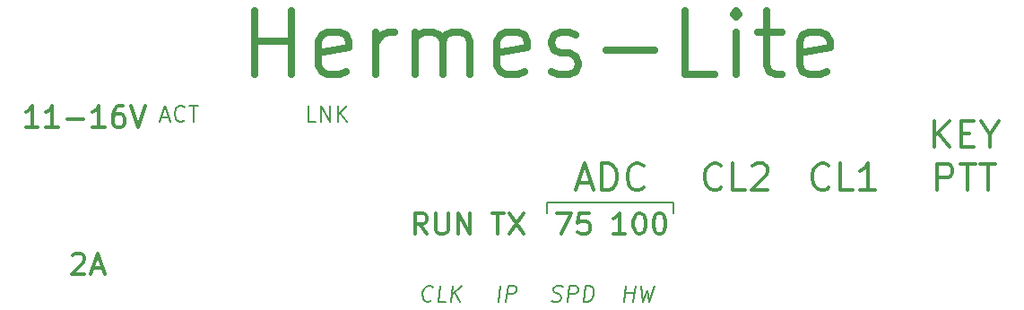
<source format=gto>
G04 #@! TF.GenerationSoftware,KiCad,Pcbnew,5.1.5-52549c5~84~ubuntu18.04.1*
G04 #@! TF.CreationDate,2020-03-18T22:27:28-07:00*
G04 #@! TF.ProjectId,endcap,656e6463-6170-42e6-9b69-6361645f7063,rev?*
G04 #@! TF.SameCoordinates,PX2faf080PY3dfd240*
G04 #@! TF.FileFunction,Other,ECO1*
%FSLAX46Y46*%
G04 Gerber Fmt 4.6, Leading zero omitted, Abs format (unit mm)*
G04 Created by KiCad (PCBNEW 5.1.5-52549c5~84~ubuntu18.04.1) date 2020-03-18 22:27:28*
%MOMM*%
%LPD*%
G04 APERTURE LIST*
%ADD10C,0.300000*%
%ADD11C,0.200000*%
%ADD12C,0.700000*%
G04 APERTURE END LIST*
D10*
X8771428Y-30995238D02*
X8866666Y-30900000D01*
X9057142Y-30804761D01*
X9533333Y-30804761D01*
X9723809Y-30900000D01*
X9819047Y-30995238D01*
X9914285Y-31185714D01*
X9914285Y-31376190D01*
X9819047Y-31661904D01*
X8676190Y-32804761D01*
X9914285Y-32804761D01*
X10676190Y-32233333D02*
X11628571Y-32233333D01*
X10485714Y-32804761D02*
X11152380Y-30804761D01*
X11819047Y-32804761D01*
X5519047Y-18904761D02*
X4376190Y-18904761D01*
X4947619Y-18904761D02*
X4947619Y-16904761D01*
X4757142Y-17190476D01*
X4566666Y-17380952D01*
X4376190Y-17476190D01*
X7423809Y-18904761D02*
X6280952Y-18904761D01*
X6852380Y-18904761D02*
X6852380Y-16904761D01*
X6661904Y-17190476D01*
X6471428Y-17380952D01*
X6280952Y-17476190D01*
X8280952Y-18142857D02*
X9804761Y-18142857D01*
X11804761Y-18904761D02*
X10661904Y-18904761D01*
X11233333Y-18904761D02*
X11233333Y-16904761D01*
X11042857Y-17190476D01*
X10852380Y-17380952D01*
X10661904Y-17476190D01*
X13519047Y-16904761D02*
X13138095Y-16904761D01*
X12947619Y-17000000D01*
X12852380Y-17095238D01*
X12661904Y-17380952D01*
X12566666Y-17761904D01*
X12566666Y-18523809D01*
X12661904Y-18714285D01*
X12757142Y-18809523D01*
X12947619Y-18904761D01*
X13328571Y-18904761D01*
X13519047Y-18809523D01*
X13614285Y-18714285D01*
X13709523Y-18523809D01*
X13709523Y-18047619D01*
X13614285Y-17857142D01*
X13519047Y-17761904D01*
X13328571Y-17666666D01*
X12947619Y-17666666D01*
X12757142Y-17761904D01*
X12661904Y-17857142D01*
X12566666Y-18047619D01*
X14280952Y-16904761D02*
X14947619Y-18904761D01*
X15614285Y-16904761D01*
X90142857Y-20805952D02*
X90142857Y-18305952D01*
X91571428Y-20805952D02*
X90500000Y-19377380D01*
X91571428Y-18305952D02*
X90142857Y-19734523D01*
X92642857Y-19496428D02*
X93476190Y-19496428D01*
X93833333Y-20805952D02*
X92642857Y-20805952D01*
X92642857Y-18305952D01*
X93833333Y-18305952D01*
X95380952Y-19615476D02*
X95380952Y-20805952D01*
X94547619Y-18305952D02*
X95380952Y-19615476D01*
X96214285Y-18305952D01*
X90440476Y-24855952D02*
X90440476Y-22355952D01*
X91392857Y-22355952D01*
X91630952Y-22475000D01*
X91750000Y-22594047D01*
X91869047Y-22832142D01*
X91869047Y-23189285D01*
X91750000Y-23427380D01*
X91630952Y-23546428D01*
X91392857Y-23665476D01*
X90440476Y-23665476D01*
X92583333Y-22355952D02*
X94011904Y-22355952D01*
X93297619Y-24855952D02*
X93297619Y-22355952D01*
X94488095Y-22355952D02*
X95916666Y-22355952D01*
X95202380Y-24855952D02*
X95202380Y-22355952D01*
X80171428Y-24592857D02*
X80052380Y-24711904D01*
X79695238Y-24830952D01*
X79457142Y-24830952D01*
X79100000Y-24711904D01*
X78861904Y-24473809D01*
X78742857Y-24235714D01*
X78623809Y-23759523D01*
X78623809Y-23402380D01*
X78742857Y-22926190D01*
X78861904Y-22688095D01*
X79100000Y-22450000D01*
X79457142Y-22330952D01*
X79695238Y-22330952D01*
X80052380Y-22450000D01*
X80171428Y-22569047D01*
X82433333Y-24830952D02*
X81242857Y-24830952D01*
X81242857Y-22330952D01*
X84576190Y-24830952D02*
X83147619Y-24830952D01*
X83861904Y-24830952D02*
X83861904Y-22330952D01*
X83623809Y-22688095D01*
X83385714Y-22926190D01*
X83147619Y-23045238D01*
X70011428Y-24592857D02*
X69892380Y-24711904D01*
X69535238Y-24830952D01*
X69297142Y-24830952D01*
X68940000Y-24711904D01*
X68701904Y-24473809D01*
X68582857Y-24235714D01*
X68463809Y-23759523D01*
X68463809Y-23402380D01*
X68582857Y-22926190D01*
X68701904Y-22688095D01*
X68940000Y-22450000D01*
X69297142Y-22330952D01*
X69535238Y-22330952D01*
X69892380Y-22450000D01*
X70011428Y-22569047D01*
X72273333Y-24830952D02*
X71082857Y-24830952D01*
X71082857Y-22330952D01*
X72987619Y-22569047D02*
X73106666Y-22450000D01*
X73344761Y-22330952D01*
X73940000Y-22330952D01*
X74178095Y-22450000D01*
X74297142Y-22569047D01*
X74416190Y-22807142D01*
X74416190Y-23045238D01*
X74297142Y-23402380D01*
X72868571Y-24830952D01*
X74416190Y-24830952D01*
X56504761Y-24116666D02*
X57695238Y-24116666D01*
X56266666Y-24830952D02*
X57100000Y-22330952D01*
X57933333Y-24830952D01*
X58766666Y-24830952D02*
X58766666Y-22330952D01*
X59361904Y-22330952D01*
X59719047Y-22450000D01*
X59957142Y-22688095D01*
X60076190Y-22926190D01*
X60195238Y-23402380D01*
X60195238Y-23759523D01*
X60076190Y-24235714D01*
X59957142Y-24473809D01*
X59719047Y-24711904D01*
X59361904Y-24830952D01*
X58766666Y-24830952D01*
X62695238Y-24592857D02*
X62576190Y-24711904D01*
X62219047Y-24830952D01*
X61980952Y-24830952D01*
X61623809Y-24711904D01*
X61385714Y-24473809D01*
X61266666Y-24235714D01*
X61147619Y-23759523D01*
X61147619Y-23402380D01*
X61266666Y-22926190D01*
X61385714Y-22688095D01*
X61623809Y-22450000D01*
X61980952Y-22330952D01*
X62219047Y-22330952D01*
X62576190Y-22450000D01*
X62695238Y-22569047D01*
D11*
X65500000Y-26000000D02*
X65500000Y-27000000D01*
X53600000Y-26000000D02*
X65500000Y-26000000D01*
X53600000Y-27000000D02*
X53600000Y-26000000D01*
X60866339Y-35378571D02*
X61053839Y-33878571D01*
X60964553Y-34592857D02*
X61821696Y-34592857D01*
X61723482Y-35378571D02*
X61910982Y-33878571D01*
X62482410Y-33878571D02*
X62652053Y-35378571D01*
X63071696Y-34307142D01*
X63223482Y-35378571D01*
X63768125Y-33878571D01*
X54032410Y-35307142D02*
X54237767Y-35378571D01*
X54594910Y-35378571D01*
X54746696Y-35307142D01*
X54827053Y-35235714D01*
X54916339Y-35092857D01*
X54934196Y-34950000D01*
X54880625Y-34807142D01*
X54818125Y-34735714D01*
X54684196Y-34664285D01*
X54407410Y-34592857D01*
X54273482Y-34521428D01*
X54210982Y-34450000D01*
X54157410Y-34307142D01*
X54175267Y-34164285D01*
X54264553Y-34021428D01*
X54344910Y-33950000D01*
X54496696Y-33878571D01*
X54853839Y-33878571D01*
X55059196Y-33950000D01*
X55523482Y-35378571D02*
X55710982Y-33878571D01*
X56282410Y-33878571D01*
X56416339Y-33950000D01*
X56478839Y-34021428D01*
X56532410Y-34164285D01*
X56505625Y-34378571D01*
X56416339Y-34521428D01*
X56335982Y-34592857D01*
X56184196Y-34664285D01*
X55612767Y-34664285D01*
X57023482Y-35378571D02*
X57210982Y-33878571D01*
X57568125Y-33878571D01*
X57773482Y-33950000D01*
X57898482Y-34092857D01*
X57952053Y-34235714D01*
X57987767Y-34521428D01*
X57960982Y-34735714D01*
X57853839Y-35021428D01*
X57764553Y-35164285D01*
X57603839Y-35307142D01*
X57380625Y-35378571D01*
X57023482Y-35378571D01*
X49002053Y-35378571D02*
X49189553Y-33878571D01*
X49716339Y-35378571D02*
X49903839Y-33878571D01*
X50475267Y-33878571D01*
X50609196Y-33950000D01*
X50671696Y-34021428D01*
X50725267Y-34164285D01*
X50698482Y-34378571D01*
X50609196Y-34521428D01*
X50528839Y-34592857D01*
X50377053Y-34664285D01*
X49805625Y-34664285D01*
X42677053Y-35235714D02*
X42596696Y-35307142D01*
X42373482Y-35378571D01*
X42230625Y-35378571D01*
X42025267Y-35307142D01*
X41900267Y-35164285D01*
X41846696Y-35021428D01*
X41810982Y-34735714D01*
X41837767Y-34521428D01*
X41944910Y-34235714D01*
X42034196Y-34092857D01*
X42194910Y-33950000D01*
X42418125Y-33878571D01*
X42560982Y-33878571D01*
X42766339Y-33950000D01*
X42828839Y-34021428D01*
X44016339Y-35378571D02*
X43302053Y-35378571D01*
X43489553Y-33878571D01*
X44516339Y-35378571D02*
X44703839Y-33878571D01*
X45373482Y-35378571D02*
X44837767Y-34521428D01*
X45560982Y-33878571D02*
X44596696Y-34735714D01*
D10*
X60966666Y-29004761D02*
X59823809Y-29004761D01*
X60395238Y-29004761D02*
X60395238Y-27004761D01*
X60204761Y-27290476D01*
X60014285Y-27480952D01*
X59823809Y-27576190D01*
X62204761Y-27004761D02*
X62395238Y-27004761D01*
X62585714Y-27100000D01*
X62680952Y-27195238D01*
X62776190Y-27385714D01*
X62871428Y-27766666D01*
X62871428Y-28242857D01*
X62776190Y-28623809D01*
X62680952Y-28814285D01*
X62585714Y-28909523D01*
X62395238Y-29004761D01*
X62204761Y-29004761D01*
X62014285Y-28909523D01*
X61919047Y-28814285D01*
X61823809Y-28623809D01*
X61728571Y-28242857D01*
X61728571Y-27766666D01*
X61823809Y-27385714D01*
X61919047Y-27195238D01*
X62014285Y-27100000D01*
X62204761Y-27004761D01*
X64109523Y-27004761D02*
X64300000Y-27004761D01*
X64490476Y-27100000D01*
X64585714Y-27195238D01*
X64680952Y-27385714D01*
X64776190Y-27766666D01*
X64776190Y-28242857D01*
X64680952Y-28623809D01*
X64585714Y-28814285D01*
X64490476Y-28909523D01*
X64300000Y-29004761D01*
X64109523Y-29004761D01*
X63919047Y-28909523D01*
X63823809Y-28814285D01*
X63728571Y-28623809D01*
X63633333Y-28242857D01*
X63633333Y-27766666D01*
X63728571Y-27385714D01*
X63823809Y-27195238D01*
X63919047Y-27100000D01*
X64109523Y-27004761D01*
X54480952Y-27004761D02*
X55814285Y-27004761D01*
X54957142Y-29004761D01*
X57528571Y-27004761D02*
X56576190Y-27004761D01*
X56480952Y-27957142D01*
X56576190Y-27861904D01*
X56766666Y-27766666D01*
X57242857Y-27766666D01*
X57433333Y-27861904D01*
X57528571Y-27957142D01*
X57623809Y-28147619D01*
X57623809Y-28623809D01*
X57528571Y-28814285D01*
X57433333Y-28909523D01*
X57242857Y-29004761D01*
X56766666Y-29004761D01*
X56576190Y-28909523D01*
X56480952Y-28814285D01*
X48376190Y-27004761D02*
X49519047Y-27004761D01*
X48947619Y-29004761D02*
X48947619Y-27004761D01*
X49995238Y-27004761D02*
X51328571Y-29004761D01*
X51328571Y-27004761D02*
X49995238Y-29004761D01*
X42223809Y-29004761D02*
X41557142Y-28052380D01*
X41080952Y-29004761D02*
X41080952Y-27004761D01*
X41842857Y-27004761D01*
X42033333Y-27100000D01*
X42128571Y-27195238D01*
X42223809Y-27385714D01*
X42223809Y-27671428D01*
X42128571Y-27861904D01*
X42033333Y-27957142D01*
X41842857Y-28052380D01*
X41080952Y-28052380D01*
X43080952Y-27004761D02*
X43080952Y-28623809D01*
X43176190Y-28814285D01*
X43271428Y-28909523D01*
X43461904Y-29004761D01*
X43842857Y-29004761D01*
X44033333Y-28909523D01*
X44128571Y-28814285D01*
X44223809Y-28623809D01*
X44223809Y-27004761D01*
X45176190Y-29004761D02*
X45176190Y-27004761D01*
X46319047Y-29004761D01*
X46319047Y-27004761D01*
D11*
X31728571Y-18378571D02*
X31014285Y-18378571D01*
X31014285Y-16878571D01*
X32228571Y-18378571D02*
X32228571Y-16878571D01*
X33085714Y-18378571D01*
X33085714Y-16878571D01*
X33800000Y-18378571D02*
X33800000Y-16878571D01*
X34657142Y-18378571D02*
X34014285Y-17521428D01*
X34657142Y-16878571D02*
X33800000Y-17735714D01*
X17121428Y-17950000D02*
X17835714Y-17950000D01*
X16978571Y-18378571D02*
X17478571Y-16878571D01*
X17978571Y-18378571D01*
X19335714Y-18235714D02*
X19264285Y-18307142D01*
X19050000Y-18378571D01*
X18907142Y-18378571D01*
X18692857Y-18307142D01*
X18550000Y-18164285D01*
X18478571Y-18021428D01*
X18407142Y-17735714D01*
X18407142Y-17521428D01*
X18478571Y-17235714D01*
X18550000Y-17092857D01*
X18692857Y-16950000D01*
X18907142Y-16878571D01*
X19050000Y-16878571D01*
X19264285Y-16950000D01*
X19335714Y-17021428D01*
X19764285Y-16878571D02*
X20621428Y-16878571D01*
X20192857Y-18378571D02*
X20192857Y-16878571D01*
D12*
X26000000Y-13914285D02*
X26000000Y-7914285D01*
X26000000Y-10771428D02*
X29428571Y-10771428D01*
X29428571Y-13914285D02*
X29428571Y-7914285D01*
X34571428Y-13628571D02*
X34000000Y-13914285D01*
X32857142Y-13914285D01*
X32285714Y-13628571D01*
X32000000Y-13057142D01*
X32000000Y-10771428D01*
X32285714Y-10200000D01*
X32857142Y-9914285D01*
X34000000Y-9914285D01*
X34571428Y-10200000D01*
X34857142Y-10771428D01*
X34857142Y-11342857D01*
X32000000Y-11914285D01*
X37428571Y-13914285D02*
X37428571Y-9914285D01*
X37428571Y-11057142D02*
X37714285Y-10485714D01*
X38000000Y-10200000D01*
X38571428Y-9914285D01*
X39142857Y-9914285D01*
X41142857Y-13914285D02*
X41142857Y-9914285D01*
X41142857Y-10485714D02*
X41428571Y-10200000D01*
X42000000Y-9914285D01*
X42857142Y-9914285D01*
X43428571Y-10200000D01*
X43714285Y-10771428D01*
X43714285Y-13914285D01*
X43714285Y-10771428D02*
X44000000Y-10200000D01*
X44571428Y-9914285D01*
X45428571Y-9914285D01*
X46000000Y-10200000D01*
X46285714Y-10771428D01*
X46285714Y-13914285D01*
X51428571Y-13628571D02*
X50857142Y-13914285D01*
X49714285Y-13914285D01*
X49142857Y-13628571D01*
X48857142Y-13057142D01*
X48857142Y-10771428D01*
X49142857Y-10200000D01*
X49714285Y-9914285D01*
X50857142Y-9914285D01*
X51428571Y-10200000D01*
X51714285Y-10771428D01*
X51714285Y-11342857D01*
X48857142Y-11914285D01*
X54000000Y-13628571D02*
X54571428Y-13914285D01*
X55714285Y-13914285D01*
X56285714Y-13628571D01*
X56571428Y-13057142D01*
X56571428Y-12771428D01*
X56285714Y-12200000D01*
X55714285Y-11914285D01*
X54857142Y-11914285D01*
X54285714Y-11628571D01*
X54000000Y-11057142D01*
X54000000Y-10771428D01*
X54285714Y-10200000D01*
X54857142Y-9914285D01*
X55714285Y-9914285D01*
X56285714Y-10200000D01*
X59142857Y-11628571D02*
X63714285Y-11628571D01*
X69428571Y-13914285D02*
X66571428Y-13914285D01*
X66571428Y-7914285D01*
X71428571Y-13914285D02*
X71428571Y-9914285D01*
X71428571Y-7914285D02*
X71142857Y-8200000D01*
X71428571Y-8485714D01*
X71714285Y-8200000D01*
X71428571Y-7914285D01*
X71428571Y-8485714D01*
X73428571Y-9914285D02*
X75714285Y-9914285D01*
X74285714Y-7914285D02*
X74285714Y-13057142D01*
X74571428Y-13628571D01*
X75142857Y-13914285D01*
X75714285Y-13914285D01*
X80000000Y-13628571D02*
X79428571Y-13914285D01*
X78285714Y-13914285D01*
X77714285Y-13628571D01*
X77428571Y-13057142D01*
X77428571Y-10771428D01*
X77714285Y-10200000D01*
X78285714Y-9914285D01*
X79428571Y-9914285D01*
X80000000Y-10200000D01*
X80285714Y-10771428D01*
X80285714Y-11342857D01*
X77428571Y-11914285D01*
M02*

</source>
